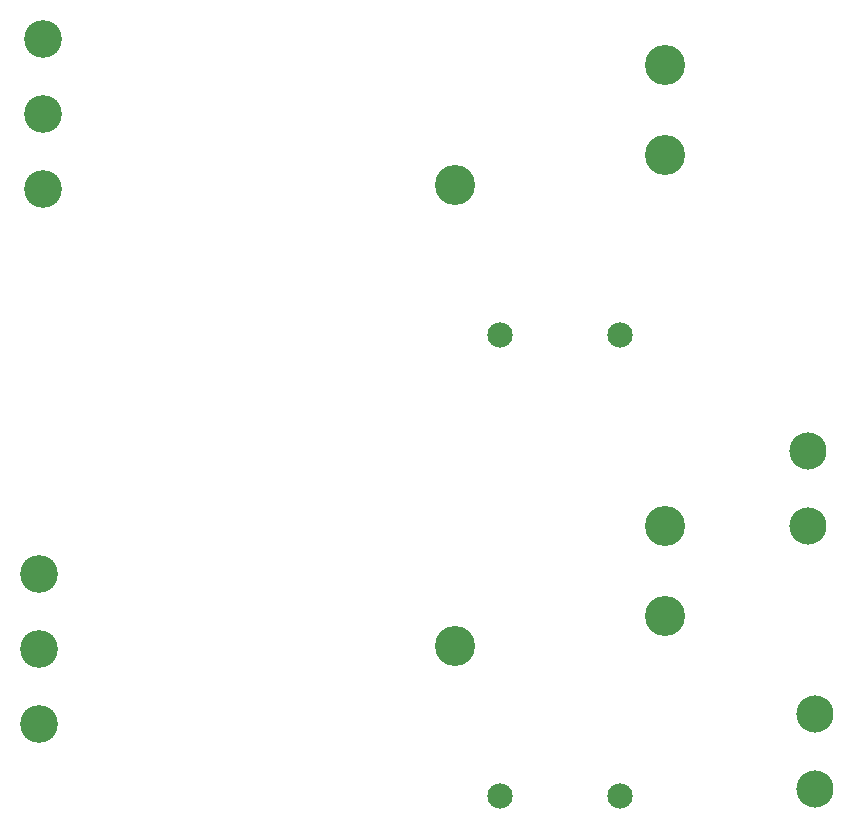
<source format=gbs>
G04*
G04 #@! TF.GenerationSoftware,Altium Limited,Altium Designer,21.3.2 (30)*
G04*
G04 Layer_Color=16711935*
%FSLAX25Y25*%
%MOIN*%
G70*
G04*
G04 #@! TF.SameCoordinates,176562F1-B387-4AA2-8F74-3CF4574A4688*
G04*
G04*
G04 #@! TF.FilePolarity,Negative*
G04*
G01*
G75*
%ADD25C,0.08465*%
%ADD26C,0.13386*%
%ADD27C,0.12614*%
%ADD28C,0.12402*%
D25*
X252480Y47724D02*
D03*
X212480D02*
D03*
Y201268D02*
D03*
X252480D02*
D03*
D26*
X197480Y97724D02*
D03*
X267480Y137724D02*
D03*
Y107724D02*
D03*
Y261268D02*
D03*
Y291268D02*
D03*
X197480Y251268D02*
D03*
D27*
X60000Y300000D02*
D03*
Y275000D02*
D03*
Y250000D02*
D03*
X58850Y71480D02*
D03*
Y96480D02*
D03*
Y121480D02*
D03*
D28*
X317500Y75000D02*
D03*
Y50000D02*
D03*
X315000Y162724D02*
D03*
Y137724D02*
D03*
M02*

</source>
